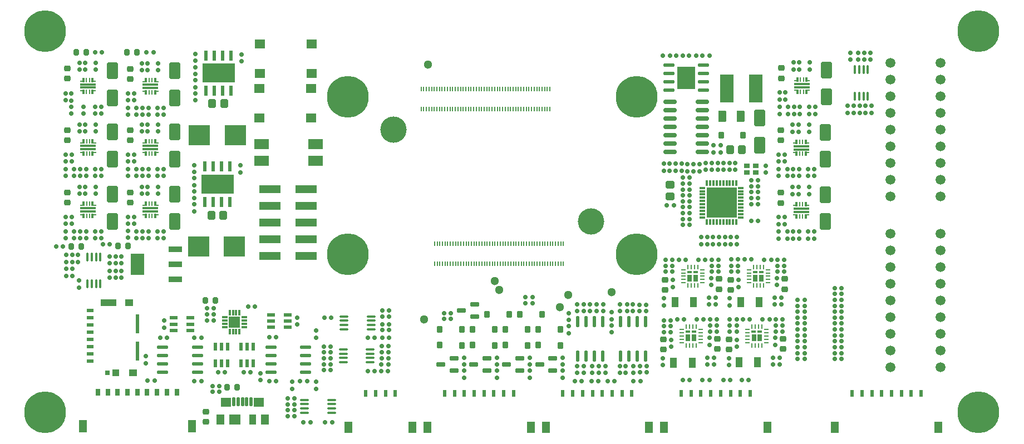
<source format=gbr>
G04*
G04 #@! TF.GenerationSoftware,Altium Limited,Altium Designer,24.9.1 (31)*
G04*
G04 Layer_Color=255*
%FSLAX44Y44*%
%MOMM*%
G71*
G04*
G04 #@! TF.SameCoordinates,11843470-2C0B-4DC8-9AB9-1888B6BF92CD*
G04*
G04*
G04 #@! TF.FilePolarity,Positive*
G04*
G01*
G75*
%ADD20R,1.2954X1.8542*%
%ADD21R,0.6604X1.0414*%
G04:AMPARAMS|DCode=22|XSize=0.9mm|YSize=0.95mm|CornerRadius=0.1mm|HoleSize=0mm|Usage=FLASHONLY|Rotation=0.000|XOffset=0mm|YOffset=0mm|HoleType=Round|Shape=RoundedRectangle|*
%AMROUNDEDRECTD22*
21,1,0.9000,0.7500,0,0,0.0*
21,1,0.7000,0.9500,0,0,0.0*
1,1,0.2000,0.3500,-0.3750*
1,1,0.2000,-0.3500,-0.3750*
1,1,0.2000,-0.3500,0.3750*
1,1,0.2000,0.3500,0.3750*
%
%ADD22ROUNDEDRECTD22*%
G04:AMPARAMS|DCode=23|XSize=0.2mm|YSize=0.7mm|CornerRadius=0.05mm|HoleSize=0mm|Usage=FLASHONLY|Rotation=180.000|XOffset=0mm|YOffset=0mm|HoleType=Round|Shape=RoundedRectangle|*
%AMROUNDEDRECTD23*
21,1,0.2000,0.6000,0,0,180.0*
21,1,0.1000,0.7000,0,0,180.0*
1,1,0.1000,-0.0500,0.3000*
1,1,0.1000,0.0500,0.3000*
1,1,0.1000,0.0500,-0.3000*
1,1,0.1000,-0.0500,-0.3000*
%
%ADD23ROUNDEDRECTD23*%
%ADD24R,0.3000X0.6500*%
%ADD25R,0.6500X0.2500*%
%ADD26R,0.2500X0.6500*%
%ADD27R,2.4000X0.3000*%
G04:AMPARAMS|DCode=28|XSize=0.26mm|YSize=0.84mm|CornerRadius=0.0325mm|HoleSize=0mm|Usage=FLASHONLY|Rotation=180.000|XOffset=0mm|YOffset=0mm|HoleType=Round|Shape=RoundedRectangle|*
%AMROUNDEDRECTD28*
21,1,0.2600,0.7750,0,0,180.0*
21,1,0.1950,0.8400,0,0,180.0*
1,1,0.0650,-0.0975,0.3875*
1,1,0.0650,0.0975,0.3875*
1,1,0.0650,0.0975,-0.3875*
1,1,0.0650,-0.0975,-0.3875*
%
%ADD28ROUNDEDRECTD28*%
G04:AMPARAMS|DCode=29|XSize=0.84mm|YSize=0.26mm|CornerRadius=0.0325mm|HoleSize=0mm|Usage=FLASHONLY|Rotation=180.000|XOffset=0mm|YOffset=0mm|HoleType=Round|Shape=RoundedRectangle|*
%AMROUNDEDRECTD29*
21,1,0.8400,0.1950,0,0,180.0*
21,1,0.7750,0.2600,0,0,180.0*
1,1,0.0650,-0.3875,0.0975*
1,1,0.0650,0.3875,0.0975*
1,1,0.0650,0.3875,-0.0975*
1,1,0.0650,-0.3875,-0.0975*
%
%ADD29ROUNDEDRECTD29*%
G04:AMPARAMS|DCode=30|XSize=0.95mm|YSize=0.85mm|CornerRadius=0.2125mm|HoleSize=0mm|Usage=FLASHONLY|Rotation=180.000|XOffset=0mm|YOffset=0mm|HoleType=Round|Shape=RoundedRectangle|*
%AMROUNDEDRECTD30*
21,1,0.9500,0.4250,0,0,180.0*
21,1,0.5250,0.8500,0,0,180.0*
1,1,0.4250,-0.2625,0.2125*
1,1,0.4250,0.2625,0.2125*
1,1,0.4250,0.2625,-0.2125*
1,1,0.4250,-0.2625,-0.2125*
%
%ADD30ROUNDEDRECTD30*%
G04:AMPARAMS|DCode=31|XSize=1.65mm|YSize=2.55mm|CornerRadius=0.25mm|HoleSize=0mm|Usage=FLASHONLY|Rotation=180.000|XOffset=0mm|YOffset=0mm|HoleType=Round|Shape=RoundedRectangle|*
%AMROUNDEDRECTD31*
21,1,1.6500,2.0500,0,0,180.0*
21,1,1.1500,2.5500,0,0,180.0*
1,1,0.5000,-0.5750,1.0250*
1,1,0.5000,0.5750,1.0250*
1,1,0.5000,0.5750,-1.0250*
1,1,0.5000,-0.5750,-1.0250*
%
%ADD31ROUNDEDRECTD31*%
G04:AMPARAMS|DCode=32|XSize=0.95mm|YSize=0.85mm|CornerRadius=0.2125mm|HoleSize=0mm|Usage=FLASHONLY|Rotation=270.000|XOffset=0mm|YOffset=0mm|HoleType=Round|Shape=RoundedRectangle|*
%AMROUNDEDRECTD32*
21,1,0.9500,0.4250,0,0,270.0*
21,1,0.5250,0.8500,0,0,270.0*
1,1,0.4250,-0.2125,-0.2625*
1,1,0.4250,-0.2125,0.2625*
1,1,0.4250,0.2125,0.2625*
1,1,0.4250,0.2125,-0.2625*
%
%ADD32ROUNDEDRECTD32*%
%ADD33R,2.1600X1.5200*%
G04:AMPARAMS|DCode=34|XSize=1.6mm|YSize=1.4mm|CornerRadius=0.007mm|HoleSize=0mm|Usage=FLASHONLY|Rotation=0.000|XOffset=0mm|YOffset=0mm|HoleType=Round|Shape=RoundedRectangle|*
%AMROUNDEDRECTD34*
21,1,1.6000,1.3860,0,0,0.0*
21,1,1.5860,1.4000,0,0,0.0*
1,1,0.0140,0.7930,-0.6930*
1,1,0.0140,-0.7930,-0.6930*
1,1,0.0140,-0.7930,0.6930*
1,1,0.0140,0.7930,0.6930*
%
%ADD34ROUNDEDRECTD34*%
%ADD35R,0.6000X1.5500*%
G04:AMPARAMS|DCode=36|XSize=1.2mm|YSize=1.3mm|CornerRadius=0.25mm|HoleSize=0mm|Usage=FLASHONLY|Rotation=180.000|XOffset=0mm|YOffset=0mm|HoleType=Round|Shape=RoundedRectangle|*
%AMROUNDEDRECTD36*
21,1,1.2000,0.8000,0,0,180.0*
21,1,0.7000,1.3000,0,0,180.0*
1,1,0.5000,-0.3500,0.4000*
1,1,0.5000,0.3500,0.4000*
1,1,0.5000,0.3500,-0.4000*
1,1,0.5000,-0.3500,-0.4000*
%
%ADD36ROUNDEDRECTD36*%
%ADD37R,3.3000X3.1500*%
%ADD38O,0.3500X1.4000*%
%ADD39R,2.1500X0.9500*%
%ADD40R,2.1500X3.2500*%
%ADD41R,0.5588X2.9210*%
%ADD42R,0.9906X0.5080*%
%ADD43R,0.7874X0.7112*%
%ADD44R,1.0922X1.0414*%
%ADD45R,1.1938X1.0414*%
%ADD46R,2.3876X1.0414*%
G04:AMPARAMS|DCode=47|XSize=1.64mm|YSize=0.59mm|CornerRadius=0.1475mm|HoleSize=0mm|Usage=FLASHONLY|Rotation=180.000|XOffset=0mm|YOffset=0mm|HoleType=Round|Shape=RoundedRectangle|*
%AMROUNDEDRECTD47*
21,1,1.6400,0.2950,0,0,180.0*
21,1,1.3450,0.5900,0,0,180.0*
1,1,0.2950,-0.6725,0.1475*
1,1,0.2950,0.6725,0.1475*
1,1,0.2950,0.6725,-0.1475*
1,1,0.2950,-0.6725,-0.1475*
%
%ADD47ROUNDEDRECTD47*%
G04:AMPARAMS|DCode=48|XSize=1.21mm|YSize=0.59mm|CornerRadius=0.0738mm|HoleSize=0mm|Usage=FLASHONLY|Rotation=180.000|XOffset=0mm|YOffset=0mm|HoleType=Round|Shape=RoundedRectangle|*
%AMROUNDEDRECTD48*
21,1,1.2100,0.4425,0,0,180.0*
21,1,1.0625,0.5900,0,0,180.0*
1,1,0.1475,-0.5313,0.2213*
1,1,0.1475,0.5313,0.2213*
1,1,0.1475,0.5313,-0.2213*
1,1,0.1475,-0.5313,-0.2213*
%
%ADD48ROUNDEDRECTD48*%
G04:AMPARAMS|DCode=49|XSize=0.83mm|YSize=0.26mm|CornerRadius=0.0091mm|HoleSize=0mm|Usage=FLASHONLY|Rotation=270.000|XOffset=0mm|YOffset=0mm|HoleType=Round|Shape=RoundedRectangle|*
%AMROUNDEDRECTD49*
21,1,0.8300,0.2418,0,0,270.0*
21,1,0.8118,0.2600,0,0,270.0*
1,1,0.0182,-0.1209,-0.4059*
1,1,0.0182,-0.1209,0.4059*
1,1,0.0182,0.1209,0.4059*
1,1,0.0182,0.1209,-0.4059*
%
%ADD49ROUNDEDRECTD49*%
G04:AMPARAMS|DCode=50|XSize=0.26mm|YSize=0.83mm|CornerRadius=0.0091mm|HoleSize=0mm|Usage=FLASHONLY|Rotation=270.000|XOffset=0mm|YOffset=0mm|HoleType=Round|Shape=RoundedRectangle|*
%AMROUNDEDRECTD50*
21,1,0.2600,0.8118,0,0,270.0*
21,1,0.2418,0.8300,0,0,270.0*
1,1,0.0182,-0.4059,-0.1209*
1,1,0.0182,-0.4059,0.1209*
1,1,0.0182,0.4059,0.1209*
1,1,0.0182,0.4059,-0.1209*
%
%ADD50ROUNDEDRECTD50*%
G04:AMPARAMS|DCode=51|XSize=1.21mm|YSize=0.59mm|CornerRadius=0.0738mm|HoleSize=0mm|Usage=FLASHONLY|Rotation=270.000|XOffset=0mm|YOffset=0mm|HoleType=Round|Shape=RoundedRectangle|*
%AMROUNDEDRECTD51*
21,1,1.2100,0.4425,0,0,270.0*
21,1,1.0625,0.5900,0,0,270.0*
1,1,0.1475,-0.2213,-0.5313*
1,1,0.1475,-0.2213,0.5313*
1,1,0.1475,0.2213,0.5313*
1,1,0.1475,0.2213,-0.5313*
%
%ADD51ROUNDEDRECTD51*%
G04:AMPARAMS|DCode=52|XSize=0.4572mm|YSize=1.3716mm|CornerRadius=0.1143mm|HoleSize=0mm|Usage=FLASHONLY|Rotation=0.000|XOffset=0mm|YOffset=0mm|HoleType=Round|Shape=RoundedRectangle|*
%AMROUNDEDRECTD52*
21,1,0.4572,1.1430,0,0,0.0*
21,1,0.2286,1.3716,0,0,0.0*
1,1,0.2286,0.1143,-0.5715*
1,1,0.2286,-0.1143,-0.5715*
1,1,0.2286,-0.1143,0.5715*
1,1,0.2286,0.1143,0.5715*
%
%ADD52ROUNDEDRECTD52*%
%ADD57O,1.4000X0.3500*%
G04:AMPARAMS|DCode=58|XSize=1.32mm|YSize=0.6mm|CornerRadius=0.075mm|HoleSize=0mm|Usage=FLASHONLY|Rotation=180.000|XOffset=0mm|YOffset=0mm|HoleType=Round|Shape=RoundedRectangle|*
%AMROUNDEDRECTD58*
21,1,1.3200,0.4500,0,0,180.0*
21,1,1.1700,0.6000,0,0,180.0*
1,1,0.1500,-0.5850,0.2250*
1,1,0.1500,0.5850,0.2250*
1,1,0.1500,0.5850,-0.2250*
1,1,0.1500,-0.5850,-0.2250*
%
%ADD58ROUNDEDRECTD58*%
G04:AMPARAMS|DCode=59|XSize=1.64mm|YSize=0.59mm|CornerRadius=0.1475mm|HoleSize=0mm|Usage=FLASHONLY|Rotation=90.000|XOffset=0mm|YOffset=0mm|HoleType=Round|Shape=RoundedRectangle|*
%AMROUNDEDRECTD59*
21,1,1.6400,0.2950,0,0,90.0*
21,1,1.3450,0.5900,0,0,90.0*
1,1,0.2950,0.1475,0.6725*
1,1,0.2950,0.1475,-0.6725*
1,1,0.2950,-0.1475,-0.6725*
1,1,0.2950,-0.1475,0.6725*
%
%ADD59ROUNDEDRECTD59*%
G04:AMPARAMS|DCode=60|XSize=0.65mm|YSize=0.6mm|CornerRadius=0.15mm|HoleSize=0mm|Usage=FLASHONLY|Rotation=90.000|XOffset=0mm|YOffset=0mm|HoleType=Round|Shape=RoundedRectangle|*
%AMROUNDEDRECTD60*
21,1,0.6500,0.3000,0,0,90.0*
21,1,0.3500,0.6000,0,0,90.0*
1,1,0.3000,0.1500,0.1750*
1,1,0.3000,0.1500,-0.1750*
1,1,0.3000,-0.1500,-0.1750*
1,1,0.3000,-0.1500,0.1750*
%
%ADD60ROUNDEDRECTD60*%
%ADD61R,0.6000X1.0000*%
%ADD62R,1.2500X1.8000*%
%ADD63R,0.6500X0.2286*%
%ADD64R,0.7000X1.0000*%
%ADD65R,0.6500X0.3000*%
G04:AMPARAMS|DCode=66|XSize=0.65mm|YSize=0.6mm|CornerRadius=0.15mm|HoleSize=0mm|Usage=FLASHONLY|Rotation=180.000|XOffset=0mm|YOffset=0mm|HoleType=Round|Shape=RoundedRectangle|*
%AMROUNDEDRECTD66*
21,1,0.6500,0.3000,0,0,180.0*
21,1,0.3500,0.6000,0,0,180.0*
1,1,0.3000,-0.1750,0.1500*
1,1,0.3000,0.1750,0.1500*
1,1,0.3000,0.1750,-0.1500*
1,1,0.3000,-0.1750,-0.1500*
%
%ADD66ROUNDEDRECTD66*%
%ADD67R,1.0000X1.5000*%
G04:AMPARAMS|DCode=68|XSize=1.2mm|YSize=1.3mm|CornerRadius=0.25mm|HoleSize=0mm|Usage=FLASHONLY|Rotation=270.000|XOffset=0mm|YOffset=0mm|HoleType=Round|Shape=RoundedRectangle|*
%AMROUNDEDRECTD68*
21,1,1.2000,0.8000,0,0,270.0*
21,1,0.7000,1.3000,0,0,270.0*
1,1,0.5000,-0.4000,-0.3500*
1,1,0.5000,-0.4000,0.3500*
1,1,0.5000,0.4000,0.3500*
1,1,0.5000,0.4000,-0.3500*
%
%ADD68ROUNDEDRECTD68*%
G04:AMPARAMS|DCode=69|XSize=1.97mm|YSize=0.6mm|CornerRadius=0.15mm|HoleSize=0mm|Usage=FLASHONLY|Rotation=180.000|XOffset=0mm|YOffset=0mm|HoleType=Round|Shape=RoundedRectangle|*
%AMROUNDEDRECTD69*
21,1,1.9700,0.3000,0,0,180.0*
21,1,1.6700,0.6000,0,0,180.0*
1,1,0.3000,-0.8350,0.1500*
1,1,0.3000,0.8350,0.1500*
1,1,0.3000,0.8350,-0.1500*
1,1,0.3000,-0.8350,-0.1500*
%
%ADD69ROUNDEDRECTD69*%
G04:AMPARAMS|DCode=71|XSize=1.75mm|YSize=1.25mm|CornerRadius=0.25mm|HoleSize=0mm|Usage=FLASHONLY|Rotation=90.000|XOffset=0mm|YOffset=0mm|HoleType=Round|Shape=RoundedRectangle|*
%AMROUNDEDRECTD71*
21,1,1.7500,0.7500,0,0,90.0*
21,1,1.2500,1.2500,0,0,90.0*
1,1,0.5000,0.3750,0.6250*
1,1,0.5000,0.3750,-0.6250*
1,1,0.5000,-0.3750,-0.6250*
1,1,0.5000,-0.3750,0.6250*
%
%ADD71ROUNDEDRECTD71*%
%ADD72R,0.8500X0.7500*%
%ADD73R,2.0000X4.2000*%
%ADD74R,3.1750X1.2700*%
%ADD131C,1.3000*%
%ADD133C,1.5000*%
%ADD134C,1.5240*%
%ADD136C,4.0000*%
%ADD138R,4.6000X4.6000*%
%ADD139R,4.9000X2.9500*%
%ADD140R,1.7000X1.7000*%
%ADD141R,1.3000X1.6000*%
%ADD142R,1.5494X1.4224*%
%ADD143R,1.8000X1.6000*%
%ADD144R,1.0000X1.6000*%
%ADD145R,2.7178X3.4036*%
%ADD151C,0.5000*%
%ADD152C,6.3500*%
D20*
X96950Y18520D02*
D03*
X263050D02*
D03*
D21*
X240000Y70420D02*
D03*
X225000D02*
D03*
X210000D02*
D03*
X195000D02*
D03*
X180000D02*
D03*
X165000D02*
D03*
X150000D02*
D03*
X135000D02*
D03*
X120000D02*
D03*
D22*
X640200Y166000D02*
D03*
X673810Y165968D02*
D03*
X762190Y189032D02*
D03*
X795800Y189000D02*
D03*
X745810Y188968D02*
D03*
X712200Y189000D02*
D03*
X790200Y142000D02*
D03*
X823811Y141968D02*
D03*
X790200Y166000D02*
D03*
X823810Y165968D02*
D03*
X740200Y166000D02*
D03*
X773810Y165968D02*
D03*
X740200Y142000D02*
D03*
X773811Y141968D02*
D03*
X690200Y142000D02*
D03*
X723811Y141968D02*
D03*
X690200Y166000D02*
D03*
X723811Y165968D02*
D03*
X640200Y142000D02*
D03*
X673811Y141968D02*
D03*
X1068200Y462000D02*
D03*
X1101811Y461968D02*
D03*
D23*
X787790Y501400D02*
D03*
X707790D02*
D03*
X703790D02*
D03*
X695790D02*
D03*
X691790D02*
D03*
X683790D02*
D03*
X679790D02*
D03*
X663790Y532200D02*
D03*
X659790D02*
D03*
X711790D02*
D03*
X783790Y501400D02*
D03*
X611790D02*
D03*
X615790D02*
D03*
X619790D02*
D03*
X623790D02*
D03*
X643790D02*
D03*
X647790D02*
D03*
X655790D02*
D03*
X659790D02*
D03*
X631790D02*
D03*
X635790D02*
D03*
X759790D02*
D03*
X719790D02*
D03*
X723790D02*
D03*
X743790Y532200D02*
D03*
X747790D02*
D03*
X735790D02*
D03*
X739790D02*
D03*
X731790D02*
D03*
X727790D02*
D03*
X715790D02*
D03*
X719790D02*
D03*
X703790D02*
D03*
X699790D02*
D03*
X695790D02*
D03*
X691790D02*
D03*
X747790Y501400D02*
D03*
X743790D02*
D03*
X731790D02*
D03*
X727790D02*
D03*
X635790Y532200D02*
D03*
X631790D02*
D03*
X623790D02*
D03*
X619790D02*
D03*
X643790D02*
D03*
X639790D02*
D03*
X615790D02*
D03*
X611790D02*
D03*
X655790D02*
D03*
X651790D02*
D03*
X683790D02*
D03*
X679790D02*
D03*
X675790D02*
D03*
X671790D02*
D03*
Y501400D02*
D03*
X667790D02*
D03*
X799790Y532200D02*
D03*
X795790D02*
D03*
X791790D02*
D03*
X787790D02*
D03*
X775790Y501400D02*
D03*
X779790Y532200D02*
D03*
X767790D02*
D03*
X771790D02*
D03*
X763790Y501400D02*
D03*
X767790D02*
D03*
X755790D02*
D03*
Y532200D02*
D03*
X759790D02*
D03*
X779790Y501400D02*
D03*
X775790Y532200D02*
D03*
X763790D02*
D03*
X723790D02*
D03*
X627790D02*
D03*
X647790D02*
D03*
X667790D02*
D03*
X783790D02*
D03*
X751790D02*
D03*
X687790D02*
D03*
X791790Y501400D02*
D03*
X803790D02*
D03*
X795790D02*
D03*
X807790Y532200D02*
D03*
X803790D02*
D03*
X807790Y501400D02*
D03*
X799790D02*
D03*
X735790D02*
D03*
X739790D02*
D03*
X687790D02*
D03*
X699790D02*
D03*
X715790D02*
D03*
X675790D02*
D03*
X627790D02*
D03*
X639790D02*
D03*
X651790D02*
D03*
X663790D02*
D03*
X771790D02*
D03*
X751790D02*
D03*
X711790D02*
D03*
X707790Y532200D02*
D03*
X728250Y296900D02*
D03*
X732250Y266100D02*
D03*
X772250D02*
D03*
X792250D02*
D03*
X684250D02*
D03*
X672250D02*
D03*
X660250D02*
D03*
X648250D02*
D03*
X696250D02*
D03*
X736250D02*
D03*
X720250D02*
D03*
X708250D02*
D03*
X760250D02*
D03*
X756250D02*
D03*
X820250D02*
D03*
X828250D02*
D03*
X824250Y296900D02*
D03*
X828250D02*
D03*
X816250Y266100D02*
D03*
X824250D02*
D03*
X812250D02*
D03*
X708250Y296900D02*
D03*
X772250D02*
D03*
X804250D02*
D03*
X688250D02*
D03*
X668250D02*
D03*
X648250D02*
D03*
X744250D02*
D03*
X784250D02*
D03*
X796250D02*
D03*
X800250Y266100D02*
D03*
X780250Y296900D02*
D03*
X776250D02*
D03*
Y266100D02*
D03*
X788250D02*
D03*
X784250D02*
D03*
X792250Y296900D02*
D03*
X788250D02*
D03*
X800250D02*
D03*
X796250Y266100D02*
D03*
X808250Y296900D02*
D03*
X812250D02*
D03*
X816250D02*
D03*
X820250D02*
D03*
X688250Y266100D02*
D03*
X692250D02*
D03*
Y296900D02*
D03*
X696250D02*
D03*
X700250D02*
D03*
X704250D02*
D03*
X672250D02*
D03*
X676250D02*
D03*
X632250D02*
D03*
X636250D02*
D03*
X660250D02*
D03*
X664250D02*
D03*
X640250D02*
D03*
X644250D02*
D03*
X652250D02*
D03*
X656250D02*
D03*
X748250Y266100D02*
D03*
X752250D02*
D03*
X764250D02*
D03*
X768250D02*
D03*
X712250Y296900D02*
D03*
X716250D02*
D03*
X720250D02*
D03*
X724250D02*
D03*
X740250D02*
D03*
X736250D02*
D03*
X748250D02*
D03*
X752250D02*
D03*
X760250D02*
D03*
X756250D02*
D03*
X768250D02*
D03*
X764250D02*
D03*
X744250Y266100D02*
D03*
X740250D02*
D03*
X780250D02*
D03*
X656250D02*
D03*
X652250D02*
D03*
X680250D02*
D03*
X676250D02*
D03*
X668250D02*
D03*
X664250D02*
D03*
X644250D02*
D03*
X640250D02*
D03*
X636250D02*
D03*
X632250D02*
D03*
X804250D02*
D03*
X732250Y296900D02*
D03*
X680250D02*
D03*
X684250D02*
D03*
X700250Y266100D02*
D03*
X704250D02*
D03*
X712250D02*
D03*
X716250D02*
D03*
X724250D02*
D03*
X728250D02*
D03*
X808250D02*
D03*
D24*
X1184250Y528029D02*
D03*
X1198250Y528000D02*
D03*
Y546499D02*
D03*
X1184250D02*
D03*
X193080Y526618D02*
D03*
X207080Y526589D02*
D03*
Y545088D02*
D03*
X193080D02*
D03*
X207080Y338588D02*
D03*
Y357088D02*
D03*
X193080D02*
D03*
Y338617D02*
D03*
X112080Y338588D02*
D03*
X98080Y338617D02*
D03*
X112080Y357088D02*
D03*
X98080D02*
D03*
X207080Y433588D02*
D03*
X193080Y433617D02*
D03*
X207080Y452088D02*
D03*
X193080D02*
D03*
X98080Y433617D02*
D03*
X112080Y433588D02*
D03*
Y452088D02*
D03*
X98080D02*
D03*
X112010Y527241D02*
D03*
Y545741D02*
D03*
X98011D02*
D03*
Y527270D02*
D03*
X1183000Y433270D02*
D03*
X1197000Y451741D02*
D03*
Y433241D02*
D03*
X1183000Y451741D02*
D03*
X1183011Y338270D02*
D03*
X1197011Y356740D02*
D03*
Y338241D02*
D03*
X1183011Y356740D02*
D03*
D25*
X1182500Y530029D02*
D03*
X1200000Y530000D02*
D03*
Y544500D02*
D03*
X1182500Y544499D02*
D03*
X191330Y528618D02*
D03*
X208830Y528588D02*
D03*
Y543088D02*
D03*
X191330D02*
D03*
X208830Y340588D02*
D03*
Y355088D02*
D03*
X191330D02*
D03*
Y340617D02*
D03*
X113830Y340588D02*
D03*
X96330Y340617D02*
D03*
X113830Y355088D02*
D03*
X96330D02*
D03*
X208830Y435588D02*
D03*
X191330Y435617D02*
D03*
X208830Y450088D02*
D03*
X191330D02*
D03*
X96330Y435617D02*
D03*
X113830Y435588D02*
D03*
Y450088D02*
D03*
X96330D02*
D03*
X113761Y529241D02*
D03*
Y543741D02*
D03*
X96260Y543740D02*
D03*
Y529270D02*
D03*
X1008250Y166000D02*
D03*
Y161000D02*
D03*
Y156000D02*
D03*
Y151000D02*
D03*
Y146000D02*
D03*
X1036750D02*
D03*
Y151000D02*
D03*
Y161000D02*
D03*
Y166000D02*
D03*
X1108250D02*
D03*
Y161000D02*
D03*
Y156000D02*
D03*
Y151000D02*
D03*
Y146000D02*
D03*
X1136750D02*
D03*
Y151000D02*
D03*
Y161000D02*
D03*
Y166000D02*
D03*
X1039251Y257000D02*
D03*
Y252000D02*
D03*
Y242000D02*
D03*
Y237000D02*
D03*
X1010751D02*
D03*
Y242000D02*
D03*
Y247000D02*
D03*
Y252000D02*
D03*
Y257000D02*
D03*
X1139251D02*
D03*
Y252000D02*
D03*
Y242000D02*
D03*
Y237000D02*
D03*
X1110751D02*
D03*
Y242000D02*
D03*
Y247000D02*
D03*
Y252000D02*
D03*
Y257000D02*
D03*
X1181250Y435271D02*
D03*
Y449741D02*
D03*
X1198750Y449741D02*
D03*
Y435241D02*
D03*
X1181261Y340270D02*
D03*
Y354740D02*
D03*
X1198761Y354740D02*
D03*
Y340241D02*
D03*
D26*
X1193498Y528000D02*
D03*
X1189007Y528030D02*
D03*
Y546499D02*
D03*
X1193498D02*
D03*
X197836Y545088D02*
D03*
X202328Y526589D02*
D03*
X197836Y526618D02*
D03*
X202328Y545088D02*
D03*
Y338588D02*
D03*
X197836Y338618D02*
D03*
Y357088D02*
D03*
X202328D02*
D03*
X102837Y338618D02*
D03*
Y357088D02*
D03*
X107328Y338588D02*
D03*
Y357088D02*
D03*
X202328Y433588D02*
D03*
X197836Y433618D02*
D03*
Y452088D02*
D03*
X202328D02*
D03*
X107328Y433588D02*
D03*
X102837Y433618D02*
D03*
Y452088D02*
D03*
X107328D02*
D03*
X102767Y527270D02*
D03*
Y545741D02*
D03*
X107259Y527241D02*
D03*
Y545741D02*
D03*
X1015000Y141900D02*
D03*
X1020000D02*
D03*
X1025000D02*
D03*
X1015000Y170100D02*
D03*
X1020000D02*
D03*
X1025000D02*
D03*
X1030000D02*
D03*
Y141900D02*
D03*
X1115000D02*
D03*
X1120000D02*
D03*
X1125000D02*
D03*
X1115000Y170100D02*
D03*
X1120000D02*
D03*
X1125000D02*
D03*
X1130000D02*
D03*
Y141900D02*
D03*
X1032501Y232900D02*
D03*
Y261100D02*
D03*
X1027501D02*
D03*
X1022501D02*
D03*
X1017501D02*
D03*
X1027501Y232900D02*
D03*
X1022501D02*
D03*
X1017501D02*
D03*
X1132501D02*
D03*
Y261100D02*
D03*
X1127501D02*
D03*
X1122501D02*
D03*
X1117501D02*
D03*
X1127501Y232900D02*
D03*
X1122501D02*
D03*
X1117501D02*
D03*
X1187757Y433271D02*
D03*
X1192248Y433241D02*
D03*
X1187757Y451741D02*
D03*
X1192248D02*
D03*
X1187767Y338270D02*
D03*
X1192259Y338241D02*
D03*
X1187767Y356740D02*
D03*
X1192259D02*
D03*
D27*
X1191239Y539759D02*
D03*
X1191250Y534759D02*
D03*
X200069Y538347D02*
D03*
X200080Y533347D02*
D03*
X200069Y350348D02*
D03*
X200080Y345347D02*
D03*
X105069Y350348D02*
D03*
X105080Y345347D02*
D03*
X200069Y445347D02*
D03*
X200080Y440347D02*
D03*
X105069Y445347D02*
D03*
X105080Y440347D02*
D03*
X105000Y539000D02*
D03*
X105011Y534000D02*
D03*
X1189989Y445000D02*
D03*
X1190000Y440000D02*
D03*
Y350000D02*
D03*
X1190011Y345000D02*
D03*
D28*
X1091500Y388450D02*
D03*
X1086500D02*
D03*
X1081500D02*
D03*
X1076500D02*
D03*
X1071500D02*
D03*
X1066500D02*
D03*
X1061500D02*
D03*
X1056500D02*
D03*
X1051500D02*
D03*
X1046500D02*
D03*
Y329550D02*
D03*
X1051500D02*
D03*
X1056500D02*
D03*
X1061500D02*
D03*
X1066500D02*
D03*
X1071500D02*
D03*
X1076500D02*
D03*
X1081500D02*
D03*
X1086500D02*
D03*
X1091500D02*
D03*
D29*
X1098450Y336500D02*
D03*
Y341500D02*
D03*
Y346500D02*
D03*
Y351500D02*
D03*
Y356500D02*
D03*
Y361500D02*
D03*
Y366500D02*
D03*
Y371500D02*
D03*
Y376500D02*
D03*
Y381500D02*
D03*
X1039550D02*
D03*
Y376500D02*
D03*
Y371500D02*
D03*
Y366500D02*
D03*
Y361500D02*
D03*
Y356500D02*
D03*
Y351500D02*
D03*
Y346500D02*
D03*
Y341500D02*
D03*
Y336500D02*
D03*
D30*
X168931Y374402D02*
D03*
Y358903D02*
D03*
X73931Y374402D02*
D03*
Y358903D02*
D03*
X168931Y562402D02*
D03*
Y546902D02*
D03*
Y469403D02*
D03*
Y453903D02*
D03*
X73931Y563403D02*
D03*
Y547903D02*
D03*
Y469403D02*
D03*
Y453903D02*
D03*
X284000Y40750D02*
D03*
Y25250D02*
D03*
X980499Y150750D02*
D03*
Y135250D02*
D03*
X1062499Y151750D02*
D03*
Y136250D02*
D03*
X1080499Y150750D02*
D03*
Y135250D02*
D03*
X1162499Y151750D02*
D03*
Y136250D02*
D03*
X1065000Y242750D02*
D03*
Y227250D02*
D03*
X983000Y241750D02*
D03*
Y226250D02*
D03*
X1165000Y242750D02*
D03*
Y227250D02*
D03*
X1160101Y563814D02*
D03*
Y548314D02*
D03*
X1158851Y453556D02*
D03*
Y469056D02*
D03*
X1158862Y358555D02*
D03*
Y374055D02*
D03*
X1083000Y241750D02*
D03*
Y226250D02*
D03*
D31*
X142000Y559500D02*
D03*
Y518500D02*
D03*
Y371500D02*
D03*
Y330500D02*
D03*
Y425500D02*
D03*
Y466500D02*
D03*
X237000Y559500D02*
D03*
Y518500D02*
D03*
Y466500D02*
D03*
Y425500D02*
D03*
Y371500D02*
D03*
Y330500D02*
D03*
X1127000Y446500D02*
D03*
Y487500D02*
D03*
X1226931Y330153D02*
D03*
Y371153D02*
D03*
X1226920Y466153D02*
D03*
Y425153D02*
D03*
X1228170Y519912D02*
D03*
Y560912D02*
D03*
D32*
X87250Y588000D02*
D03*
X102750D02*
D03*
X179750Y588000D02*
D03*
X164250D02*
D03*
X150250Y293000D02*
D03*
X165750D02*
D03*
X79250Y292000D02*
D03*
X94750D02*
D03*
X316250Y78000D02*
D03*
X331750D02*
D03*
X298750Y210000D02*
D03*
X283250D02*
D03*
D33*
X451300Y447950D02*
D03*
Y422550D02*
D03*
X368700D02*
D03*
Y447950D02*
D03*
D34*
X365500Y532500D02*
D03*
X444500Y487500D02*
D03*
X365500D02*
D03*
X444500Y532500D02*
D03*
X445500Y600750D02*
D03*
X366500Y555750D02*
D03*
X445500D02*
D03*
X366500Y600750D02*
D03*
D35*
X322550Y529000D02*
D03*
X309850D02*
D03*
X297150D02*
D03*
X284450D02*
D03*
Y583000D02*
D03*
X297150D02*
D03*
X309850D02*
D03*
X322550D02*
D03*
X321050Y414000D02*
D03*
X308350D02*
D03*
X295650D02*
D03*
X282950D02*
D03*
Y360000D02*
D03*
X295650D02*
D03*
X308350D02*
D03*
X321050D02*
D03*
D36*
X312000Y509998D02*
D03*
X294000D02*
D03*
X310500Y339998D02*
D03*
X292500D02*
D03*
X1100000Y439998D02*
D03*
X1082000D02*
D03*
D37*
X329500Y462000D02*
D03*
X274500D02*
D03*
X273000Y292000D02*
D03*
X328000D02*
D03*
D38*
X123750Y276500D02*
D03*
X110750D02*
D03*
X117250D02*
D03*
X110750Y235500D02*
D03*
X117250D02*
D03*
X104250D02*
D03*
Y276500D02*
D03*
X123750Y235500D02*
D03*
X1291500Y561500D02*
D03*
X1285000D02*
D03*
X1278500D02*
D03*
X1285000Y520500D02*
D03*
X1278500D02*
D03*
X1272000Y561500D02*
D03*
Y520500D02*
D03*
X1291500D02*
D03*
D39*
X238000Y288000D02*
D03*
Y265000D02*
D03*
Y242000D02*
D03*
D40*
X180000Y265000D02*
D03*
D41*
X180373Y133050D02*
D03*
Y174950D02*
D03*
D42*
X108023Y151000D02*
D03*
Y118000D02*
D03*
Y129000D02*
D03*
Y140000D02*
D03*
Y162000D02*
D03*
Y184000D02*
D03*
Y195000D02*
D03*
Y173000D02*
D03*
D43*
X134823Y100400D02*
D03*
D44*
X147523Y100250D02*
D03*
D45*
X173623D02*
D03*
X167923Y206750D02*
D03*
D46*
X136073Y206750D02*
D03*
D47*
X218650Y100950D02*
D03*
Y139050D02*
D03*
Y113650D02*
D03*
X271350Y100950D02*
D03*
Y139050D02*
D03*
Y113650D02*
D03*
Y126350D02*
D03*
X218650D02*
D03*
X383650Y100950D02*
D03*
Y139050D02*
D03*
Y113650D02*
D03*
X436350Y100950D02*
D03*
Y139050D02*
D03*
Y113650D02*
D03*
Y126350D02*
D03*
X383650D02*
D03*
X1041350Y568050D02*
D03*
X988650Y555350D02*
D03*
X1041350D02*
D03*
X988650Y568050D02*
D03*
Y529950D02*
D03*
Y542650D02*
D03*
X1041350Y529950D02*
D03*
Y542650D02*
D03*
D48*
X235450Y164500D02*
D03*
Y174000D02*
D03*
Y183500D02*
D03*
X260550D02*
D03*
Y164500D02*
D03*
Y174000D02*
D03*
X383450Y188500D02*
D03*
Y169500D02*
D03*
X408550D02*
D03*
Y179000D02*
D03*
Y188500D02*
D03*
X383450Y179000D02*
D03*
D49*
X335500Y191700D02*
D03*
X330500D02*
D03*
X325500D02*
D03*
X320500D02*
D03*
Y162300D02*
D03*
X325500D02*
D03*
X330500D02*
D03*
X335500D02*
D03*
D50*
X313300Y184500D02*
D03*
Y179500D02*
D03*
Y174500D02*
D03*
Y169500D02*
D03*
X342700D02*
D03*
Y174500D02*
D03*
Y179500D02*
D03*
Y184500D02*
D03*
D51*
X317500Y139550D02*
D03*
X298500D02*
D03*
Y114450D02*
D03*
X308000D02*
D03*
X317500D02*
D03*
X308000Y139550D02*
D03*
X356500Y114450D02*
D03*
X347000D02*
D03*
X337500D02*
D03*
Y139550D02*
D03*
X356500D02*
D03*
X347000D02*
D03*
D52*
X346500Y55802D02*
D03*
X333500D02*
D03*
X340000D02*
D03*
X327000D02*
D03*
X353000D02*
D03*
D57*
X475500Y39250D02*
D03*
Y45750D02*
D03*
Y52250D02*
D03*
X434500Y45750D02*
D03*
Y52250D02*
D03*
Y58750D02*
D03*
X475500D02*
D03*
X434500Y39250D02*
D03*
X534500Y122750D02*
D03*
X493500D02*
D03*
Y129250D02*
D03*
X534500Y116250D02*
D03*
Y129250D02*
D03*
Y135750D02*
D03*
X493500D02*
D03*
Y116250D02*
D03*
X494500Y172750D02*
D03*
Y179250D02*
D03*
X535500Y166250D02*
D03*
Y172750D02*
D03*
Y179250D02*
D03*
Y185750D02*
D03*
X494500D02*
D03*
Y166250D02*
D03*
D58*
X693000Y185500D02*
D03*
X673000Y195000D02*
D03*
X693000Y204500D02*
D03*
X792000Y113000D02*
D03*
X812000Y103500D02*
D03*
Y122500D02*
D03*
X742000Y113000D02*
D03*
X762000Y103500D02*
D03*
Y122500D02*
D03*
X692000Y113000D02*
D03*
X712000Y103500D02*
D03*
Y122500D02*
D03*
X642000Y113000D02*
D03*
X662000Y103500D02*
D03*
Y122500D02*
D03*
D59*
X940350Y125650D02*
D03*
X953050Y178350D02*
D03*
X914950Y125650D02*
D03*
X927650D02*
D03*
X940350Y178350D02*
D03*
X927650D02*
D03*
X914950D02*
D03*
X953050Y125650D02*
D03*
X875350Y125650D02*
D03*
X888050Y178350D02*
D03*
X849950Y125650D02*
D03*
X862650D02*
D03*
X875350Y178350D02*
D03*
X862650D02*
D03*
X849950D02*
D03*
X888050Y125650D02*
D03*
D60*
X902000Y172250D02*
D03*
Y161750D02*
D03*
X1080000Y111750D02*
D03*
Y122250D02*
D03*
X1092499Y150250D02*
D03*
Y139750D02*
D03*
X1150499Y153250D02*
D03*
Y142750D02*
D03*
X979499Y111750D02*
D03*
Y122250D02*
D03*
X992499Y150250D02*
D03*
Y139750D02*
D03*
X1050499Y153250D02*
D03*
Y142750D02*
D03*
X337000Y415500D02*
D03*
Y405000D02*
D03*
X71000Y432250D02*
D03*
Y421750D02*
D03*
X166000Y432250D02*
D03*
Y421750D02*
D03*
X267000Y365750D02*
D03*
Y376250D02*
D03*
X91931Y561403D02*
D03*
Y571903D02*
D03*
X116931Y561403D02*
D03*
Y571903D02*
D03*
X338500Y584500D02*
D03*
Y574000D02*
D03*
X268500Y534750D02*
D03*
Y545250D02*
D03*
X91931Y372402D02*
D03*
Y382903D02*
D03*
X116931Y372402D02*
D03*
Y382903D02*
D03*
X71000Y337250D02*
D03*
Y326750D02*
D03*
X186931Y372402D02*
D03*
Y382903D02*
D03*
X211931Y372402D02*
D03*
Y382903D02*
D03*
X91931Y467402D02*
D03*
Y477903D02*
D03*
X116931Y467402D02*
D03*
Y477903D02*
D03*
X186931Y467402D02*
D03*
Y477903D02*
D03*
X211931Y467402D02*
D03*
Y477903D02*
D03*
X91000Y229750D02*
D03*
Y240250D02*
D03*
X90000Y279250D02*
D03*
Y268750D02*
D03*
X423000Y184250D02*
D03*
Y173750D02*
D03*
X1056000Y306250D02*
D03*
Y295750D02*
D03*
X1038000Y306250D02*
D03*
Y295750D02*
D03*
X1047000Y306250D02*
D03*
Y295750D02*
D03*
X221000Y168750D02*
D03*
Y179250D02*
D03*
X193000Y114750D02*
D03*
Y125250D02*
D03*
X367000Y99250D02*
D03*
Y88750D02*
D03*
X1053000Y244250D02*
D03*
Y233750D02*
D03*
X995000Y241250D02*
D03*
Y230750D02*
D03*
X981501Y202750D02*
D03*
Y213250D02*
D03*
X1153000Y244250D02*
D03*
Y233750D02*
D03*
X1095000Y241250D02*
D03*
Y230750D02*
D03*
X1081501Y202850D02*
D03*
Y213350D02*
D03*
X1136000Y415250D02*
D03*
Y404750D02*
D03*
X166000Y337250D02*
D03*
Y326750D02*
D03*
X1017000Y417250D02*
D03*
Y406750D02*
D03*
X981000Y418250D02*
D03*
Y407750D02*
D03*
X79931Y514403D02*
D03*
Y524902D02*
D03*
X267000Y356250D02*
D03*
Y345750D02*
D03*
Y416250D02*
D03*
Y405750D02*
D03*
X115931Y494403D02*
D03*
Y504902D02*
D03*
X124931D02*
D03*
Y494403D02*
D03*
X79931D02*
D03*
Y504902D02*
D03*
X97931D02*
D03*
Y494403D02*
D03*
X267000Y396250D02*
D03*
Y385750D02*
D03*
X100931Y561403D02*
D03*
Y571903D02*
D03*
X268500Y514750D02*
D03*
Y525250D02*
D03*
Y585250D02*
D03*
Y574750D02*
D03*
X93000Y304750D02*
D03*
Y315250D02*
D03*
X116000Y304750D02*
D03*
Y315250D02*
D03*
X125000D02*
D03*
Y304750D02*
D03*
X80000Y326750D02*
D03*
Y337250D02*
D03*
X268500Y565250D02*
D03*
Y554750D02*
D03*
X71000Y304750D02*
D03*
Y315250D02*
D03*
X100931Y372402D02*
D03*
Y382903D02*
D03*
X175000Y326750D02*
D03*
Y337250D02*
D03*
X211000Y304750D02*
D03*
Y315250D02*
D03*
X220000Y304750D02*
D03*
Y315250D02*
D03*
X80000Y421750D02*
D03*
Y432250D02*
D03*
X84000Y304750D02*
D03*
Y315250D02*
D03*
X116000Y410250D02*
D03*
Y399750D02*
D03*
X125000Y410250D02*
D03*
Y399750D02*
D03*
X166000Y305750D02*
D03*
Y316250D02*
D03*
X188000Y304750D02*
D03*
Y315250D02*
D03*
X71000Y399750D02*
D03*
Y410250D02*
D03*
X195931Y372402D02*
D03*
Y382903D02*
D03*
X100931Y467402D02*
D03*
Y477903D02*
D03*
X197000Y503250D02*
D03*
Y492750D02*
D03*
X188000Y399750D02*
D03*
Y410250D02*
D03*
X175000Y421750D02*
D03*
Y432250D02*
D03*
X179000Y399750D02*
D03*
Y410250D02*
D03*
X197000D02*
D03*
Y399750D02*
D03*
X166000D02*
D03*
Y410250D02*
D03*
X195931Y467402D02*
D03*
Y477903D02*
D03*
X147000Y266750D02*
D03*
Y277250D02*
D03*
X138000Y266750D02*
D03*
Y277250D02*
D03*
X81000Y268750D02*
D03*
Y279250D02*
D03*
X72000Y268750D02*
D03*
Y279250D02*
D03*
X138000Y244750D02*
D03*
Y255250D02*
D03*
X147000Y244750D02*
D03*
Y255250D02*
D03*
X156000Y266750D02*
D03*
Y277250D02*
D03*
X1054000Y408750D02*
D03*
Y419250D02*
D03*
X1270000Y506250D02*
D03*
Y495750D02*
D03*
X1297000Y495750D02*
D03*
Y506250D02*
D03*
X1008000Y418250D02*
D03*
Y407750D02*
D03*
X990000Y418250D02*
D03*
Y407750D02*
D03*
X999000Y418250D02*
D03*
Y407750D02*
D03*
X186931Y560402D02*
D03*
Y570902D02*
D03*
X211931Y560402D02*
D03*
Y570902D02*
D03*
X179000Y304750D02*
D03*
Y315250D02*
D03*
X93000Y399750D02*
D03*
Y410250D02*
D03*
X84000Y399750D02*
D03*
Y410250D02*
D03*
X175000Y514750D02*
D03*
Y525250D02*
D03*
X211000Y503250D02*
D03*
Y492750D02*
D03*
X220000Y503250D02*
D03*
Y492750D02*
D03*
X179000D02*
D03*
Y503250D02*
D03*
X188000Y492750D02*
D03*
Y503250D02*
D03*
X166000Y492750D02*
D03*
Y503250D02*
D03*
X195931Y560402D02*
D03*
Y570902D02*
D03*
X211000Y410250D02*
D03*
Y399750D02*
D03*
X220000Y410250D02*
D03*
Y399750D02*
D03*
X72000Y258250D02*
D03*
Y247750D02*
D03*
X81000Y258250D02*
D03*
Y247750D02*
D03*
X156000Y244750D02*
D03*
Y255250D02*
D03*
X452000Y153500D02*
D03*
Y164000D02*
D03*
X1295000Y576750D02*
D03*
Y587250D02*
D03*
X777000Y92750D02*
D03*
Y103250D02*
D03*
X827000Y92750D02*
D03*
Y103250D02*
D03*
X677000Y92750D02*
D03*
Y103250D02*
D03*
X727000Y92750D02*
D03*
Y103250D02*
D03*
X777000Y112750D02*
D03*
Y123250D02*
D03*
X827000Y112750D02*
D03*
Y123250D02*
D03*
X677000Y112750D02*
D03*
Y123250D02*
D03*
X727000Y112750D02*
D03*
Y123250D02*
D03*
X197000Y315250D02*
D03*
Y304750D02*
D03*
X102000Y315250D02*
D03*
Y304750D02*
D03*
Y410250D02*
D03*
Y399750D02*
D03*
X836650Y170900D02*
D03*
Y160400D02*
D03*
X849000Y99750D02*
D03*
Y110250D02*
D03*
X836650Y180400D02*
D03*
Y190900D02*
D03*
X902000Y181750D02*
D03*
Y192250D02*
D03*
X849000Y204250D02*
D03*
Y193750D02*
D03*
X914000Y99750D02*
D03*
Y110250D02*
D03*
X914000Y204250D02*
D03*
Y193750D02*
D03*
X859000Y99750D02*
D03*
Y110250D02*
D03*
X872000Y99750D02*
D03*
Y110250D02*
D03*
X859000Y204250D02*
D03*
Y193750D02*
D03*
X869000Y204250D02*
D03*
Y193750D02*
D03*
X923000Y99750D02*
D03*
Y110250D02*
D03*
X935000Y99750D02*
D03*
Y110250D02*
D03*
X925000Y204250D02*
D03*
Y193750D02*
D03*
X934000Y204250D02*
D03*
Y193750D02*
D03*
X1092000Y306250D02*
D03*
Y295750D02*
D03*
X1083000Y306250D02*
D03*
Y295750D02*
D03*
X1157170Y526661D02*
D03*
Y516162D02*
D03*
X1178101Y561814D02*
D03*
Y572314D02*
D03*
X1261000Y506250D02*
D03*
Y495750D02*
D03*
X1265000Y576750D02*
D03*
Y587250D02*
D03*
X1276750Y587250D02*
D03*
Y576750D02*
D03*
X1285750Y587250D02*
D03*
Y576750D02*
D03*
X1279000Y506250D02*
D03*
Y495750D02*
D03*
X1288000Y506250D02*
D03*
Y495750D02*
D03*
X71000Y525250D02*
D03*
Y514750D02*
D03*
X166000Y525250D02*
D03*
Y514750D02*
D03*
X1074000Y306250D02*
D03*
Y295750D02*
D03*
X1065000Y306250D02*
D03*
Y295750D02*
D03*
X1081000Y419250D02*
D03*
Y408750D02*
D03*
X1090000Y419250D02*
D03*
Y408750D02*
D03*
X1026000Y417250D02*
D03*
Y406750D02*
D03*
X1063000Y419250D02*
D03*
Y408750D02*
D03*
X1072000Y419250D02*
D03*
Y408750D02*
D03*
X1203101Y561814D02*
D03*
Y572314D02*
D03*
X1035000Y417250D02*
D03*
Y406750D02*
D03*
X1166170Y516162D02*
D03*
Y526662D02*
D03*
X1202170Y504662D02*
D03*
Y494162D02*
D03*
X1211170Y504662D02*
D03*
Y494162D02*
D03*
X1179170D02*
D03*
Y504662D02*
D03*
X1170170D02*
D03*
Y494162D02*
D03*
X1157170D02*
D03*
Y504662D02*
D03*
X1188170D02*
D03*
Y494162D02*
D03*
X1187101Y561814D02*
D03*
Y572314D02*
D03*
X1155931Y336903D02*
D03*
Y326403D02*
D03*
X1176851Y467056D02*
D03*
Y477556D02*
D03*
X1201851Y467056D02*
D03*
Y477556D02*
D03*
X1156000Y432250D02*
D03*
Y421750D02*
D03*
X1176862Y372055D02*
D03*
Y382555D02*
D03*
X1201862Y372055D02*
D03*
Y382555D02*
D03*
X1164920Y421403D02*
D03*
Y431903D02*
D03*
X1200920Y409903D02*
D03*
Y399403D02*
D03*
X1209920Y409903D02*
D03*
Y399403D02*
D03*
X1177920Y409903D02*
D03*
Y399403D02*
D03*
X1168920Y409903D02*
D03*
Y399403D02*
D03*
X1155920D02*
D03*
Y409903D02*
D03*
X1186920D02*
D03*
Y399403D02*
D03*
X1185851Y467056D02*
D03*
Y477556D02*
D03*
X1164931Y326403D02*
D03*
Y336903D02*
D03*
X1200931Y314903D02*
D03*
Y304403D02*
D03*
X1209931Y314903D02*
D03*
Y304403D02*
D03*
X1177931Y314903D02*
D03*
Y304403D02*
D03*
X1168931Y314903D02*
D03*
Y304403D02*
D03*
X1155931D02*
D03*
Y314903D02*
D03*
X1186931D02*
D03*
Y304403D02*
D03*
X1185862Y372055D02*
D03*
Y382555D02*
D03*
X416000Y86250D02*
D03*
Y75750D02*
D03*
X452000Y86250D02*
D03*
Y75750D02*
D03*
X1045000Y419250D02*
D03*
Y408750D02*
D03*
D61*
X842500Y68700D02*
D03*
X872500D02*
D03*
X902500D02*
D03*
X932500D02*
D03*
X827500D02*
D03*
X857500D02*
D03*
X887500D02*
D03*
X917500D02*
D03*
X1327500D02*
D03*
X1342500D02*
D03*
X1372500D02*
D03*
X1357500D02*
D03*
X1267500D02*
D03*
X1282500D02*
D03*
X1312500D02*
D03*
X1297500D02*
D03*
X1007500D02*
D03*
X1037500D02*
D03*
X1067500D02*
D03*
X1097500D02*
D03*
X1022500D02*
D03*
X1052500D02*
D03*
X1082500D02*
D03*
X1112500D02*
D03*
X557500Y68700D02*
D03*
X542500D02*
D03*
X527500D02*
D03*
X572500D02*
D03*
X737500Y68700D02*
D03*
X707500D02*
D03*
X647500D02*
D03*
X677500D02*
D03*
X662500D02*
D03*
X692500D02*
D03*
X722500D02*
D03*
X752500D02*
D03*
D62*
X801450Y16800D02*
D03*
X958550D02*
D03*
X1241450D02*
D03*
X1398550D02*
D03*
X981450D02*
D03*
X1138550D02*
D03*
X501450Y16800D02*
D03*
X598550D02*
D03*
X621450Y16800D02*
D03*
X778550D02*
D03*
D63*
X1036750Y156000D02*
D03*
X1136750D02*
D03*
X1039251Y247000D02*
D03*
X1139251D02*
D03*
D64*
X1018000Y153000D02*
D03*
X1027000D02*
D03*
X1118000D02*
D03*
X1127000D02*
D03*
X1029501Y244000D02*
D03*
X1020501D02*
D03*
X1129501D02*
D03*
X1120501D02*
D03*
D65*
X1017750Y162502D02*
D03*
X1027250D02*
D03*
X1117750D02*
D03*
X1127250D02*
D03*
X1029751Y253502D02*
D03*
X1020251D02*
D03*
X1129751D02*
D03*
X1120251D02*
D03*
D66*
X1091749Y181000D02*
D03*
X1081249D02*
D03*
X1151249Y163000D02*
D03*
X1161749D02*
D03*
X1101249Y181000D02*
D03*
X1111749D02*
D03*
X1151249Y172000D02*
D03*
X1161749D02*
D03*
X1141749Y181000D02*
D03*
X1131249D02*
D03*
X991749Y180000D02*
D03*
X981249D02*
D03*
X1051249Y163000D02*
D03*
X1061749D02*
D03*
X1001249Y181000D02*
D03*
X1011749D02*
D03*
X1051249Y172000D02*
D03*
X1061749D02*
D03*
X1041749Y181000D02*
D03*
X1031249D02*
D03*
X1091749Y172000D02*
D03*
X1081249D02*
D03*
X1091749Y163000D02*
D03*
X1081249D02*
D03*
X1151249Y181000D02*
D03*
X1161749D02*
D03*
X1147249Y113000D02*
D03*
X1157749D02*
D03*
X1147249Y123000D02*
D03*
X1157749D02*
D03*
X991749Y171000D02*
D03*
X981249D02*
D03*
X991749Y162000D02*
D03*
X981249D02*
D03*
X1051249Y181000D02*
D03*
X1061749D02*
D03*
X1047249Y113000D02*
D03*
X1057749D02*
D03*
X1047249Y123000D02*
D03*
X1057749D02*
D03*
X562250Y141000D02*
D03*
X551750D02*
D03*
X552750Y153000D02*
D03*
X563250D02*
D03*
X552750Y165000D02*
D03*
X563250D02*
D03*
X552750Y174000D02*
D03*
X563250D02*
D03*
X552750Y186000D02*
D03*
X563250D02*
D03*
X552750Y195000D02*
D03*
X563250D02*
D03*
X1251250Y121000D02*
D03*
X1240750D02*
D03*
X1240750Y130000D02*
D03*
X1251250D02*
D03*
X1240750Y139000D02*
D03*
X1251250D02*
D03*
X1251250Y148000D02*
D03*
X1240750D02*
D03*
X1251250Y157000D02*
D03*
X1240750D02*
D03*
Y166000D02*
D03*
X1251250D02*
D03*
X1240750Y175000D02*
D03*
X1251250D02*
D03*
Y184000D02*
D03*
X1240750D02*
D03*
X1251250Y193000D02*
D03*
X1240750D02*
D03*
Y202000D02*
D03*
X1251250D02*
D03*
X1240750Y211000D02*
D03*
X1251250D02*
D03*
X1240750Y220000D02*
D03*
X1251250D02*
D03*
X1240750Y228750D02*
D03*
X1251250D02*
D03*
X1056750Y435000D02*
D03*
X1067250D02*
D03*
X352250Y101000D02*
D03*
X341750D02*
D03*
X1020250Y325000D02*
D03*
X1009750D02*
D03*
X1020250Y334000D02*
D03*
X1009750D02*
D03*
X313250Y101000D02*
D03*
X302750D02*
D03*
X1020250Y343000D02*
D03*
X1009750D02*
D03*
X296250Y198000D02*
D03*
X285750D02*
D03*
X1020250Y352000D02*
D03*
X1009750D02*
D03*
X1020250Y361000D02*
D03*
X1009750D02*
D03*
X1049750Y214000D02*
D03*
X1060250D02*
D03*
X1049750Y204000D02*
D03*
X1060250D02*
D03*
X1020250Y89000D02*
D03*
X1009750D02*
D03*
X1050250Y89000D02*
D03*
X1039750D02*
D03*
X1053750Y272000D02*
D03*
X1064250D02*
D03*
X994250Y254000D02*
D03*
X983750D02*
D03*
X994250Y263000D02*
D03*
X983750D02*
D03*
X1149750Y214000D02*
D03*
X1160250D02*
D03*
X1149750Y204000D02*
D03*
X1160250D02*
D03*
X1082250Y89000D02*
D03*
X1071750D02*
D03*
X1110250Y89000D02*
D03*
X1099750D02*
D03*
X1153750Y272000D02*
D03*
X1164250D02*
D03*
X1094250Y254000D02*
D03*
X1083750D02*
D03*
X1094250Y263000D02*
D03*
X1083750D02*
D03*
X1056750Y446000D02*
D03*
X1067250D02*
D03*
X1010250Y583000D02*
D03*
X999750D02*
D03*
X1113750Y393000D02*
D03*
X1124250D02*
D03*
X475250Y184000D02*
D03*
X464750D02*
D03*
X474250Y140000D02*
D03*
X463750D02*
D03*
X985750Y355000D02*
D03*
X996250D02*
D03*
X1113750Y384000D02*
D03*
X1124250D02*
D03*
X1020250Y388000D02*
D03*
X1009750D02*
D03*
X1113750Y331000D02*
D03*
X1124250D02*
D03*
X1020250Y379000D02*
D03*
X1009750D02*
D03*
X1113750Y375000D02*
D03*
X1124250D02*
D03*
X1113750Y366000D02*
D03*
X1124250D02*
D03*
X138250Y296000D02*
D03*
X127750D02*
D03*
X194000Y588000D02*
D03*
X204500D02*
D03*
X67250Y292000D02*
D03*
X56750D02*
D03*
X1195250Y175000D02*
D03*
X1184750D02*
D03*
X1195250Y166000D02*
D03*
X1184750D02*
D03*
X1030250Y583000D02*
D03*
X1019750D02*
D03*
X1039750Y583000D02*
D03*
X1050250D02*
D03*
X1184750Y211000D02*
D03*
X1195250D02*
D03*
X1184750Y202000D02*
D03*
X1195250D02*
D03*
X359250Y201000D02*
D03*
X348750D02*
D03*
X296250Y189000D02*
D03*
X285750D02*
D03*
X277250Y87000D02*
D03*
X266750D02*
D03*
X1184750Y193000D02*
D03*
X1195250D02*
D03*
X1184750Y184000D02*
D03*
X1195250D02*
D03*
X1044250Y272000D02*
D03*
X1033750D02*
D03*
X1053750Y263000D02*
D03*
X1064250D02*
D03*
X1003750Y272000D02*
D03*
X1014250D02*
D03*
X1053750Y254000D02*
D03*
X1064250D02*
D03*
X994250Y272000D02*
D03*
X983750D02*
D03*
X1144250D02*
D03*
X1133750D02*
D03*
X1153750Y263000D02*
D03*
X1164250D02*
D03*
X1103750Y273000D02*
D03*
X1114250D02*
D03*
X1153750Y254000D02*
D03*
X1164250D02*
D03*
X1094250Y273000D02*
D03*
X1083750D02*
D03*
X474250Y113000D02*
D03*
X463750D02*
D03*
X474250Y122000D02*
D03*
X463750D02*
D03*
X551500Y113000D02*
D03*
X562000D02*
D03*
X551750Y122000D02*
D03*
X562250D02*
D03*
X474250Y131000D02*
D03*
X463750D02*
D03*
X474250Y104000D02*
D03*
X463750D02*
D03*
X541250Y103000D02*
D03*
X530750D02*
D03*
X541250Y153000D02*
D03*
X530750D02*
D03*
X550750Y103000D02*
D03*
X561250D02*
D03*
X419250Y61000D02*
D03*
X408750D02*
D03*
X419250Y52000D02*
D03*
X408750D02*
D03*
X1184750Y157000D02*
D03*
X1195250D02*
D03*
X1184750Y148000D02*
D03*
X1195250D02*
D03*
X1184750Y121000D02*
D03*
X1195250D02*
D03*
X391250Y87000D02*
D03*
X380750D02*
D03*
Y154000D02*
D03*
X391250D02*
D03*
X296250Y180000D02*
D03*
X285750D02*
D03*
X438250Y87000D02*
D03*
X427750D02*
D03*
X277250Y153000D02*
D03*
X266750D02*
D03*
X206250Y88000D02*
D03*
X195750D02*
D03*
X214750Y153000D02*
D03*
X225250D02*
D03*
X657250Y182000D02*
D03*
X646750D02*
D03*
X657250Y191000D02*
D03*
X646750D02*
D03*
X1195250Y139000D02*
D03*
X1184750D02*
D03*
X408750Y34000D02*
D03*
X419250D02*
D03*
X1020250Y370000D02*
D03*
X1009750D02*
D03*
X552000Y131500D02*
D03*
X562500D02*
D03*
X979750Y583000D02*
D03*
X990250D02*
D03*
X895750Y87000D02*
D03*
X906250D02*
D03*
X881750Y110000D02*
D03*
X892250D02*
D03*
X934750Y87000D02*
D03*
X945250D02*
D03*
X878750Y194000D02*
D03*
X889250D02*
D03*
X845750Y87000D02*
D03*
X856250D02*
D03*
X944750Y110000D02*
D03*
X955250D02*
D03*
X870750Y87000D02*
D03*
X881250D02*
D03*
X943750Y194000D02*
D03*
X954250D02*
D03*
X881750Y100000D02*
D03*
X892250D02*
D03*
X878750Y204000D02*
D03*
X889250D02*
D03*
X944750Y101000D02*
D03*
X955250D02*
D03*
X943750Y203000D02*
D03*
X954250D02*
D03*
X419250Y43000D02*
D03*
X408750D02*
D03*
X465750Y25000D02*
D03*
X476250D02*
D03*
X443250Y25000D02*
D03*
X432750D02*
D03*
X1113750Y357000D02*
D03*
X1124250D02*
D03*
X781250Y215000D02*
D03*
X770750D02*
D03*
X781250Y206000D02*
D03*
X770750D02*
D03*
X1184750Y130000D02*
D03*
X1195250D02*
D03*
X294500Y71000D02*
D03*
X305000D02*
D03*
X294500Y80000D02*
D03*
X305000D02*
D03*
X1009750Y397000D02*
D03*
X1020250D02*
D03*
X126250Y588000D02*
D03*
X115750D02*
D03*
D67*
X1123849Y116315D02*
D03*
X1095387D02*
D03*
X1024348Y115315D02*
D03*
X995886D02*
D03*
X1126350Y207415D02*
D03*
X1097887D02*
D03*
X1026350Y207316D02*
D03*
X997888D02*
D03*
D68*
X990501Y386250D02*
D03*
Y368250D02*
D03*
D69*
X1039750Y461300D02*
D03*
X990250Y512100D02*
D03*
X1039750Y474000D02*
D03*
Y486700D02*
D03*
X990250Y435900D02*
D03*
Y499400D02*
D03*
Y474000D02*
D03*
Y448600D02*
D03*
Y486700D02*
D03*
X1039750Y448600D02*
D03*
Y499400D02*
D03*
Y512100D02*
D03*
Y435900D02*
D03*
X990250Y461300D02*
D03*
D71*
X1070000Y490000D02*
D03*
X1098000D02*
D03*
D72*
X1120750Y415250D02*
D03*
X1107250Y404750D02*
D03*
Y415250D02*
D03*
X1120750Y404750D02*
D03*
D73*
X1120700Y533000D02*
D03*
X1077300D02*
D03*
D74*
X382000Y353800D02*
D03*
Y379200D02*
D03*
X436610Y303000D02*
D03*
Y277600D02*
D03*
Y379200D02*
D03*
X382000Y303000D02*
D03*
X436610Y328400D02*
D03*
X382000Y277600D02*
D03*
Y328400D02*
D03*
X436610Y353800D02*
D03*
D131*
X622000Y569000D02*
D03*
X616000Y181000D02*
D03*
X823000Y200000D02*
D03*
X902000Y223000D02*
D03*
X836000Y219000D02*
D03*
X731000Y226000D02*
D03*
X724000Y240000D02*
D03*
D133*
X1402100Y368400D02*
D03*
Y393800D02*
D03*
X1325900Y368400D02*
D03*
Y393800D02*
D03*
X1402100Y419200D02*
D03*
X1325900D02*
D03*
X1402100Y470000D02*
D03*
Y444600D02*
D03*
Y520800D02*
D03*
X1325900Y571600D02*
D03*
X1402100D02*
D03*
Y546200D02*
D03*
X1325900Y495400D02*
D03*
Y470000D02*
D03*
Y444600D02*
D03*
Y546200D02*
D03*
X1402100Y495400D02*
D03*
X1325900Y520800D02*
D03*
Y286200D02*
D03*
Y184600D02*
D03*
Y210000D02*
D03*
Y235400D02*
D03*
X1402100Y286200D02*
D03*
Y311600D02*
D03*
X1325900D02*
D03*
X1402100Y260800D02*
D03*
X1325900Y159200D02*
D03*
X1402100D02*
D03*
X1325900Y133800D02*
D03*
Y108400D02*
D03*
X1402100Y133800D02*
D03*
Y108400D02*
D03*
Y184600D02*
D03*
Y210000D02*
D03*
Y235400D02*
D03*
X1325900Y260800D02*
D03*
D134*
X17140Y620000D02*
D03*
X23836Y603835D02*
D03*
X40000Y597140D02*
D03*
X23836Y636165D02*
D03*
X40000Y642860D02*
D03*
X56164Y603835D02*
D03*
Y636165D02*
D03*
X62860Y620000D02*
D03*
X1460000Y597140D02*
D03*
X1476164Y603835D02*
D03*
X1443836D02*
D03*
X1482860Y620000D02*
D03*
X1437140D02*
D03*
X1476164Y636165D02*
D03*
X1443836D02*
D03*
X1460000Y642860D02*
D03*
X1443836Y23836D02*
D03*
X1437140Y40000D02*
D03*
X1460000Y17140D02*
D03*
X1476164Y56164D02*
D03*
X1443836D02*
D03*
X1460000Y62860D02*
D03*
X1476164Y23836D02*
D03*
X1482860Y40000D02*
D03*
X23836Y23836D02*
D03*
X40000Y17140D02*
D03*
X17140Y40000D02*
D03*
X56164Y23836D02*
D03*
Y56164D02*
D03*
X62860Y40000D02*
D03*
X23836Y56164D02*
D03*
X40000Y62860D02*
D03*
X483835Y503836D02*
D03*
X500000Y497140D02*
D03*
X516164Y503836D02*
D03*
X477140Y520000D02*
D03*
X522860D02*
D03*
X483835Y536164D02*
D03*
X516164D02*
D03*
X500000Y542860D02*
D03*
X940000Y257140D02*
D03*
X923835Y263836D02*
D03*
X956165D02*
D03*
X917140Y280000D02*
D03*
X923835Y296164D02*
D03*
X962860Y280000D02*
D03*
X940000Y302860D02*
D03*
X956165Y296164D02*
D03*
X483835Y263836D02*
D03*
X500000Y257140D02*
D03*
X516164Y263836D02*
D03*
X477140Y280000D02*
D03*
X522860D02*
D03*
X483835Y296164D02*
D03*
X516164D02*
D03*
X500000Y302860D02*
D03*
X923835Y503836D02*
D03*
X917140Y520000D02*
D03*
X923835Y536164D02*
D03*
X940000Y497140D02*
D03*
X956165Y503836D02*
D03*
Y536164D02*
D03*
X962860Y520000D02*
D03*
X940000Y542860D02*
D03*
D136*
X570000Y470000D02*
D03*
X870000Y330000D02*
D03*
D138*
X1069000Y359000D02*
D03*
D139*
X303500Y556000D02*
D03*
X302000Y387000D02*
D03*
D140*
X328000Y177000D02*
D03*
D141*
X373750Y29202D02*
D03*
X306250D02*
D03*
D142*
X315125Y54952D02*
D03*
X364875D02*
D03*
D143*
X328500Y29202D02*
D03*
D144*
X355494D02*
D03*
D145*
X1015000Y549000D02*
D03*
D151*
X323000Y549500D02*
D03*
Y562500D02*
D03*
X284000Y549500D02*
D03*
Y562500D02*
D03*
X297000Y549500D02*
D03*
Y562500D02*
D03*
X310000Y549500D02*
D03*
Y562500D02*
D03*
X308500Y393500D02*
D03*
Y380500D02*
D03*
X295500Y393500D02*
D03*
Y380500D02*
D03*
X282500Y393500D02*
D03*
Y380500D02*
D03*
X321500Y393500D02*
D03*
Y380500D02*
D03*
D152*
X40000Y620000D02*
D03*
X1460000D02*
D03*
Y40000D02*
D03*
X40000D02*
D03*
X500000Y520000D02*
D03*
X940000Y280000D02*
D03*
X500000D02*
D03*
X940000Y520000D02*
D03*
M02*

</source>
